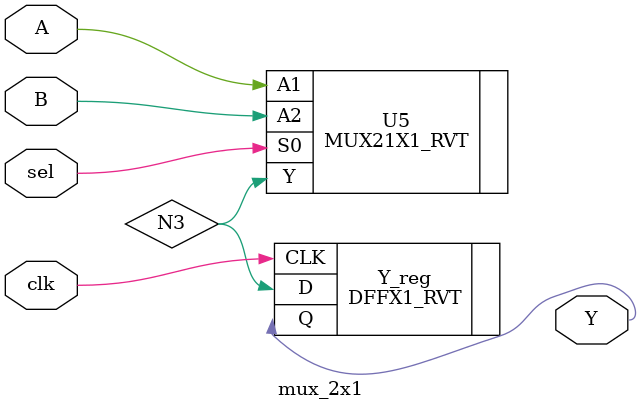
<source format=v>
module mux_2x1 ( A, B, sel, clk, Y );

input A;
input B;
input sel;
input clk;

output Y;

wire N3;

//start cells
DFFX1_RVT Y_reg ( .D(N3), .CLK(clk), .Q(Y) );
MUX21X1_RVT U5 ( .A1(A), .A2(B), .S0(sel), .Y(N3) );

endmodule


</source>
